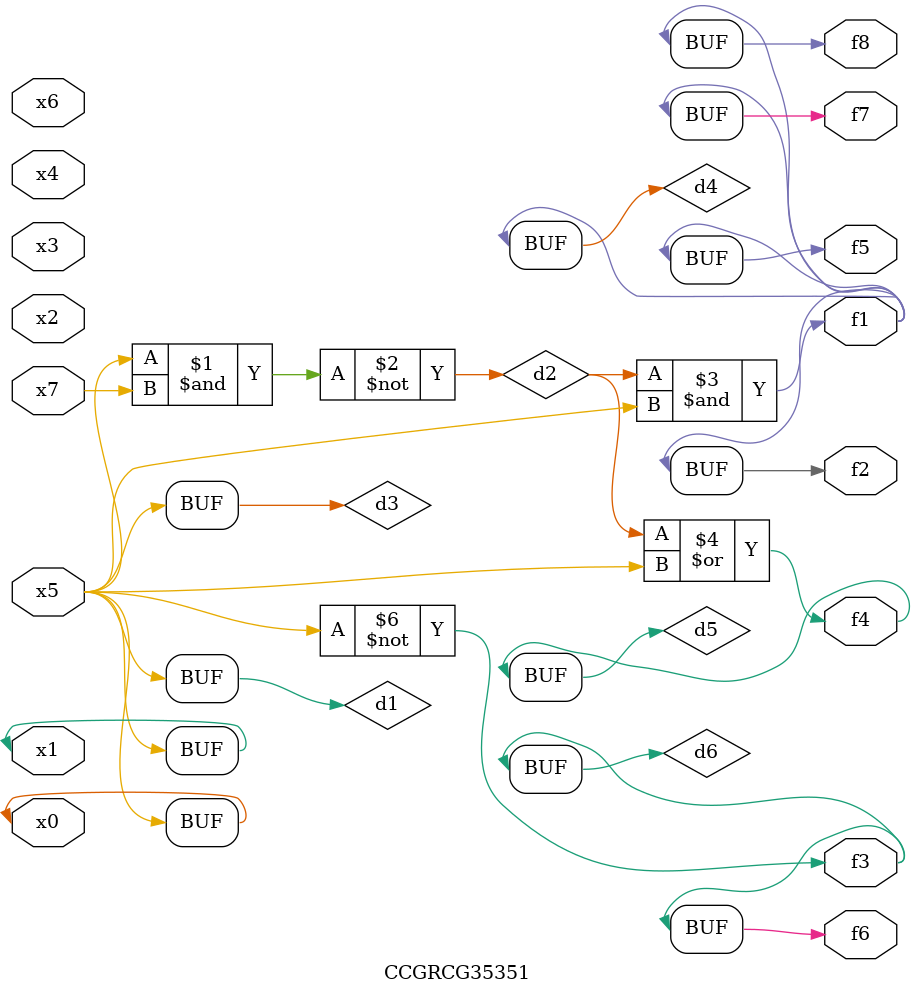
<source format=v>
module CCGRCG35351(
	input x0, x1, x2, x3, x4, x5, x6, x7,
	output f1, f2, f3, f4, f5, f6, f7, f8
);

	wire d1, d2, d3, d4, d5, d6;

	buf (d1, x0, x5);
	nand (d2, x5, x7);
	buf (d3, x0, x1);
	and (d4, d2, d3);
	or (d5, d2, d3);
	nor (d6, d1, d3);
	assign f1 = d4;
	assign f2 = d4;
	assign f3 = d6;
	assign f4 = d5;
	assign f5 = d4;
	assign f6 = d6;
	assign f7 = d4;
	assign f8 = d4;
endmodule

</source>
